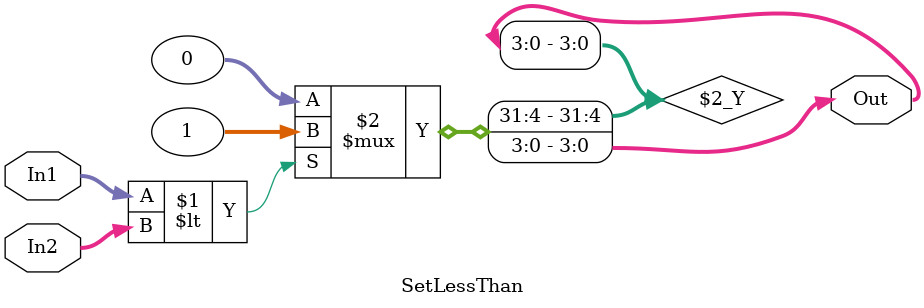
<source format=v>
module SetLessThan(In1, In2, Out);
    parameter n = 4;
    input signed [n - 1 : 0] In1, In2;
    output signed [n - 1 : 0] Out;
    assign Out = In1 < In2 ? 1 : 0;
endmodule

</source>
